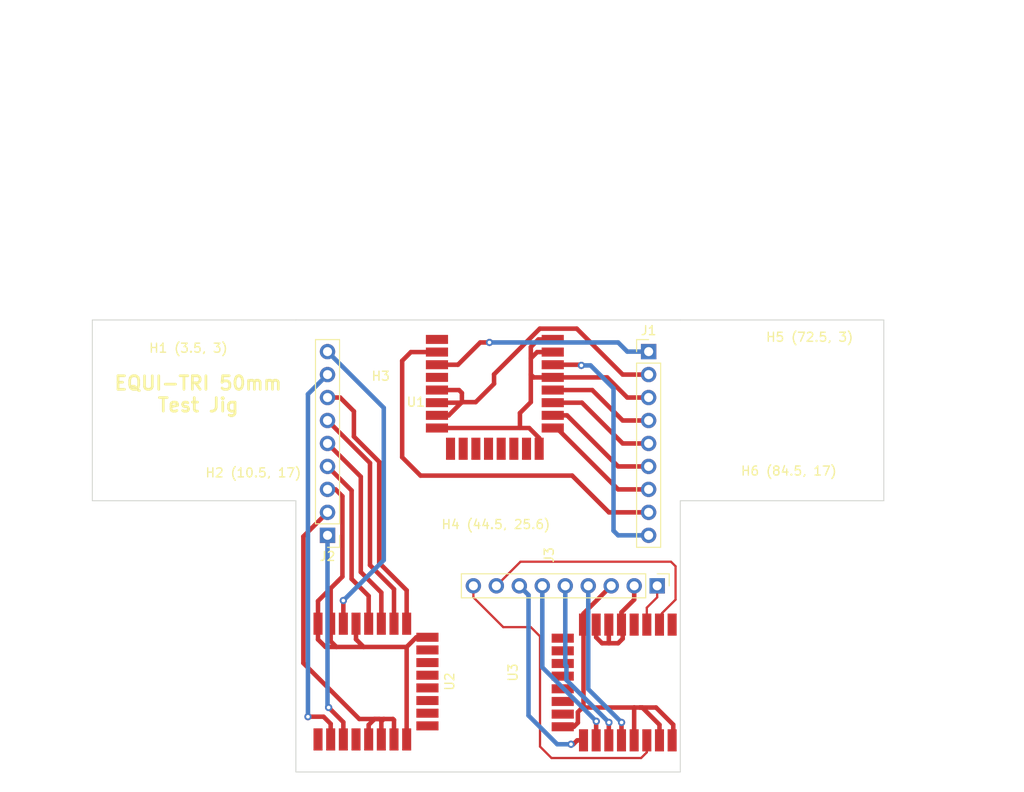
<source format=kicad_pcb>
(kicad_pcb (version 20210606) (generator pcbnew)
  (layers (0 "F.Cu" signal) (31 "B.Cu" signal) (34 "B.Paste" user) (35 "F.Paste" user) (36 "B.SilkS" user "B.Silkscreen") (37 "F.SilkS" user "F.Silkscreen") (38 "B.Mask" user) (39 "F.Mask" user) (44 "Edge.Cuts" user))
  (net 0 "")
  (net 1 "/RST1")
  (net 2 "VDD")
  (net 3 "GND")
  (net 4 "/SPI_CLK1")
  (net 5 "/SPI_MISO1")
  (net 6 "/SPI_MOSI1")
  (net 7 "/SPI_CS1")
  (net 8 "/WKUP1")
  (net 9 "/IRQ1")
  (net 10 "/RST2")
  (net 11 "/SPI_CLK2")
  (net 12 "/SPI_MISO2")
  (net 13 "/SPI_MOSI2")
  (net 14 "/SPI_CS2")
  (net 15 "/WKUP2")
  (net 16 "/IRQ2")
  (net 17 "/RST3")
  (net 18 "/SPI_CLK3")
  (net 19 "/SPI_MISO3")
  (net 20 "/SPI_MOSI3")
  (net 21 "/SPI_CS3")
  (net 22 "/WKUP3")
  (net 23 "/IRQ3")
  (footprint "" (layer "F.Cu") (at 151 77)
    (fp_text reference "" (at 0 0) (layer "F.SilkS") (effects (font (size 1.27 1.27))))
    (fp_text value "" (at 0 0) (layer "F.SilkS") (effects (font (size 1.27 1.27))))
    (pad "1" np_thru_hole circle locked (at 0 0) (size 4.3 4.3) (drill 4.3) (layers *.Cu *.Mask))
  )
  (footprint "Connector_PinHeader_2.54mm:PinHeader_1x09_P2.54mm_Vertical" (layer "F.Cu") (at 166.5 83.82 180)
    (fp_text reference "J2" (at 0 -2.33) (layer "F.SilkS"))
    (fp_text value "Conn_01x09_Male")
    (fp_line (start -1.33 1.27) (end 1.33 1.27) (layer "F.SilkS") (width 0.12))
    (fp_line (start 1.33 1.27) (end 1.33 21.65) (layer "F.SilkS") (width 0.12))
    (fp_line (start -1.33 1.27) (end -1.33 21.65) (layer "F.SilkS") (width 0.12))
    (fp_line (start -1.33 21.65) (end 1.33 21.65) (layer "F.SilkS") (width 0.12))
    (fp_line (start -1.33 -1.33) (end 0 -1.33) (layer "F.SilkS") (width 0.12))
    (fp_line (start -1.33 0) (end -1.33 -1.33) (layer "F.SilkS") (width 0.12))
    (pad "1" thru_hole rect locked (at 0 0 180) (size 1.7 1.7) (drill 1) (layers *.Cu *.Mask) (net 10 "/RST2"))
    (pad "2" thru_hole oval locked (at 0 2.54 180) (size 1.7 1.7) (drill 1) (layers *.Cu *.Mask) (net 2 "VDD"))
    (pad "3" thru_hole oval locked (at 0 5.08 180) (size 1.7 1.7) (drill 1) (layers *.Cu *.Mask) (net 3 "GND"))
    (pad "4" thru_hole oval locked (at 0 7.62 180) (size 1.7 1.7) (drill 1) (layers *.Cu *.Mask) (net 11 "/SPI_CLK2"))
    (pad "5" thru_hole oval locked (at 0 10.16 180) (size 1.7 1.7) (drill 1) (layers *.Cu *.Mask) (net 12 "/SPI_MISO2"))
    (pad "6" thru_hole oval locked (at 0 12.7 180) (size 1.7 1.7) (drill 1) (layers *.Cu *.Mask) (net 13 "/SPI_MOSI2"))
    (pad "7" thru_hole oval locked (at 0 15.24 180) (size 1.7 1.7) (drill 1) (layers *.Cu *.Mask) (net 14 "/SPI_CS2"))
    (pad "8" thru_hole oval locked (at 0 17.78 180) (size 1.7 1.7) (drill 1) (layers *.Cu *.Mask) (net 15 "/WKUP2"))
    (pad "9" thru_hole oval locked (at 0 20.32 180) (size 1.7 1.7) (drill 1) (layers *.Cu *.Mask) (net 16 "/IRQ2"))
  )
  (footprint "" (layer "F.Cu") (at 213 63)
    (fp_text reference "" (at 0 0) (layer "F.SilkS") (effects (font (size 1.27 1.27))))
    (fp_text value "" (at 0 0) (layer "F.SilkS") (effects (font (size 1.27 1.27))))
    (pad "1" np_thru_hole circle locked (at 0 0) (size 4.3 4.3) (drill 4.3) (layers *.Cu *.Mask))
  )
  (footprint "" (layer "F.Cu") (at 185 85.6)
    (fp_text reference "" (at 0 0) (layer "F.SilkS") (effects (font (size 1.27 1.27))))
    (fp_text value "" (at 0 0) (layer "F.SilkS") (effects (font (size 1.27 1.27))))
    (pad "1" np_thru_hole circle locked (at 0 0) (size 4.3 4.3) (drill 4.3) (layers *.Cu *.Mask))
  )
  (footprint "" (layer "F.Cu") (at 225 77)
    (fp_text reference "" (at 0 0) (layer "F.SilkS") (effects (font (size 1.27 1.27))))
    (fp_text value "" (at 0 0) (layer "F.SilkS") (effects (font (size 1.27 1.27))))
    (pad "1" np_thru_hole circle locked (at 0 0) (size 4.3 4.3) (drill 4.3) (layers *.Cu *.Mask))
  )
  (footprint "Connector_PinHeader_2.54mm:PinHeader_1x09_P2.54mm_Vertical" (layer "F.Cu") (at 202 63.5)
    (fp_text reference "J1" (at 0 -2.33) (layer "F.SilkS"))
    (fp_text value "Conn_01x09_Male")
    (fp_line (start 1.33 1.27) (end 1.33 21.65) (layer "F.SilkS") (width 0.12))
    (fp_line (start -1.33 0) (end -1.33 -1.33) (layer "F.SilkS") (width 0.12))
    (fp_line (start -1.33 -1.33) (end 0 -1.33) (layer "F.SilkS") (width 0.12))
    (fp_line (start -1.33 1.27) (end -1.33 21.65) (layer "F.SilkS") (width 0.12))
    (fp_line (start -1.33 1.27) (end 1.33 1.27) (layer "F.SilkS") (width 0.12))
    (fp_line (start -1.33 21.65) (end 1.33 21.65) (layer "F.SilkS") (width 0.12))
    (pad "1" thru_hole rect locked (at 0 0) (size 1.7 1.7) (drill 1) (layers *.Cu *.Mask) (net 1 "/RST1"))
    (pad "2" thru_hole oval locked (at 0 2.54) (size 1.7 1.7) (drill 1) (layers *.Cu *.Mask) (net 2 "VDD"))
    (pad "3" thru_hole oval locked (at 0 5.08) (size 1.7 1.7) (drill 1) (layers *.Cu *.Mask) (net 3 "GND"))
    (pad "4" thru_hole oval locked (at 0 7.62) (size 1.7 1.7) (drill 1) (layers *.Cu *.Mask) (net 4 "/SPI_CLK1"))
    (pad "5" thru_hole oval locked (at 0 10.16) (size 1.7 1.7) (drill 1) (layers *.Cu *.Mask) (net 5 "/SPI_MISO1"))
    (pad "6" thru_hole oval locked (at 0 12.7) (size 1.7 1.7) (drill 1) (layers *.Cu *.Mask) (net 6 "/SPI_MOSI1"))
    (pad "7" thru_hole oval locked (at 0 15.24) (size 1.7 1.7) (drill 1) (layers *.Cu *.Mask) (net 7 "/SPI_CS1"))
    (pad "8" thru_hole oval locked (at 0 17.78) (size 1.7 1.7) (drill 1) (layers *.Cu *.Mask) (net 8 "/WKUP1"))
    (pad "9" thru_hole oval locked (at 0 20.32) (size 1.7 1.7) (drill 1) (layers *.Cu *.Mask) (net 9 "/IRQ1"))
  )
  (footprint "" (layer "F.Cu") (at 184 107)
    (fp_text reference "" (at 0 0) (layer "F.SilkS") (effects (font (size 1.27 1.27))))
    (fp_text value "" (at 0 0) (layer "F.SilkS") (effects (font (size 1.27 1.27))))
    (pad "1" np_thru_hole circle locked (at 0 0) (size 4.3 4.3) (drill 4.3) (layers *.Cu *.Mask))
  )
  (footprint "Connector_PinHeader_2.54mm:PinHeader_1x09_P2.54mm_Vertical" (layer "F.Cu") (at 202.946 89.408 -90)
    (fp_text reference "J3" (at -3.408 11.946 90) (layer "F.SilkS"))
    (fp_text value "Conn_01x09_Male")
    (fp_line (start -1.33 1.27) (end -1.33 21.65) (layer "F.SilkS") (width 0.12))
    (fp_line (start 1.33 1.27) (end 1.33 21.65) (layer "F.SilkS") (width 0.12))
    (fp_line (start -1.33 0) (end -1.33 -1.33) (layer "F.SilkS") (width 0.12))
    (fp_line (start -1.33 -1.33) (end 0 -1.33) (layer "F.SilkS") (width 0.12))
    (fp_line (start -1.33 1.27) (end 1.33 1.27) (layer "F.SilkS") (width 0.12))
    (fp_line (start -1.33 21.65) (end 1.33 21.65) (layer "F.SilkS") (width 0.12))
    (pad "1" thru_hole rect locked (at 0 0 270) (size 1.7 1.7) (drill 1) (layers *.Cu *.Mask) (net 17 "/RST3"))
    (pad "2" thru_hole oval locked (at 0 2.54 270) (size 1.7 1.7) (drill 1) (layers *.Cu *.Mask) (net 2 "VDD"))
    (pad "3" thru_hole oval locked (at 0 5.08 270) (size 1.7 1.7) (drill 1) (layers *.Cu *.Mask) (net 3 "GND"))
    (pad "4" thru_hole oval locked (at 0 7.62 270) (size 1.7 1.7) (drill 1) (layers *.Cu *.Mask) (net 18 "/SPI_CLK3"))
    (pad "5" thru_hole oval locked (at 0 10.16 270) (size 1.7 1.7) (drill 1) (layers *.Cu *.Mask) (net 19 "/SPI_MISO3"))
    (pad "6" thru_hole oval locked (at 0 12.7 270) (size 1.7 1.7) (drill 1) (layers *.Cu *.Mask) (net 20 "/SPI_MOSI3"))
    (pad "7" thru_hole oval locked (at 0 15.24 270) (size 1.7 1.7) (drill 1) (layers *.Cu *.Mask) (net 21 "/SPI_CS3"))
    (pad "8" thru_hole oval locked (at 0 17.78 270) (size 1.7 1.7) (drill 1) (layers *.Cu *.Mask) (net 22 "/WKUP3"))
    (pad "9" thru_hole oval locked (at 0 20.32 270) (size 1.7 1.7) (drill 1) (layers *.Cu *.Mask) (net 23 "/IRQ3"))
  )
  (footprint "dwm1000:DWM1000" (layer "F.Cu") (at 167.25 100 90)
    (fp_text reference "U2" (at 0 12.75 90) (layer "F.SilkS") (effects (font (size 1.000598 1.000598))))
    (fp_text value "DWM1000")
    (pad "1" smd rect locked (at -6.4 -1.8 90) (size 2.45 1) (layers "F.Cu" "F.Paste" "F.Mask"))
    (pad "2" smd rect locked (at -6.4 -0.4 90) (size 2.45 1) (layers "F.Cu" "F.Paste" "F.Mask") (net 15 "/WKUP2"))
    (pad "3" smd rect locked (at -6.4 1 90) (size 2.45 1) (layers "F.Cu" "F.Paste" "F.Mask") (net 10 "/RST2"))
    (pad "4" smd rect locked (at -6.4 2.4 90) (size 2.45 1) (layers "F.Cu" "F.Paste" "F.Mask"))
    (pad "5" smd rect locked (at -6.4 3.8 90) (size 2.45 1) (layers "F.Cu" "F.Paste" "F.Mask") (net 2 "VDD"))
    (pad "6" smd rect locked (at -6.4 5.2 90) (size 2.45 1) (layers "F.Cu" "F.Paste" "F.Mask") (net 2 "VDD"))
    (pad "7" smd rect locked (at -6.4 6.6 90) (size 2.45 1) (layers "F.Cu" "F.Paste" "F.Mask") (net 2 "VDD"))
    (pad "8" smd rect locked (at -6.4 8 90) (size 2.45 1) (layers "F.Cu" "F.Paste" "F.Mask") (net 3 "GND"))
    (pad "9" smd rect locked (at -4.9 10.295 90) (size 1 2.45) (layers "F.Cu" "F.Paste" "F.Mask"))
    (pad "10" smd rect locked (at -3.5 10.295 90) (size 1 2.45) (layers "F.Cu" "F.Paste" "F.Mask"))
    (pad "11" smd rect locked (at -2.1 10.295 90) (size 1 2.45) (layers "F.Cu" "F.Paste" "F.Mask"))
    (pad "12" smd rect locked (at -0.7 10.295 90) (size 1 2.45) (layers "F.Cu" "F.Paste" "F.Mask"))
    (pad "13" smd rect locked (at 0.7 10.295 90) (size 1 2.45) (layers "F.Cu" "F.Paste" "F.Mask"))
    (pad "14" smd rect locked (at 2.1 10.295 90) (size 1 2.45) (layers "F.Cu" "F.Paste" "F.Mask"))
    (pad "15" smd rect locked (at 3.5 10.295 90) (size 1 2.45) (layers "F.Cu" "F.Paste" "F.Mask"))
    (pad "16" smd rect locked (at 4.9 10.295 90) (size 1 2.45) (layers "F.Cu" "F.Paste" "F.Mask") (net 3 "GND"))
    (pad "17" smd rect locked (at 6.4 8 90) (size 2.45 1) (layers "F.Cu" "F.Paste" "F.Mask") (net 14 "/SPI_CS2"))
    (pad "18" smd rect locked (at 6.4 6.6 90) (size 2.45 1) (layers "F.Cu" "F.Paste" "F.Mask") (net 13 "/SPI_MOSI2"))
    (pad "19" smd rect locked (at 6.4 5.2 90) (size 2.45 1) (layers "F.Cu" "F.Paste" "F.Mask") (net 12 "/SPI_MISO2"))
    (pad "20" smd rect locked (at 6.4 3.8 90) (size 2.45 1) (layers "F.Cu" "F.Paste" "F.Mask") (net 11 "/SPI_CLK2"))
    (pad "21" smd rect locked (at 6.4 2.4 90) (size 2.45 1) (layers "F.Cu" "F.Paste" "F.Mask") (net 3 "GND"))
    (pad "22" smd rect locked (at 6.4 1 90) (size 2.45 1) (layers "F.Cu" "F.Paste" "F.Mask") (net 16 "/IRQ2"))
    (pad "23" smd rect locked (at 6.4 -0.4 90) (size 2.45 1) (layers "F.Cu" "F.Paste" "F.Mask") (net 3 "GND"))
    (pad "24" smd rect locked (at 6.4 -1.8 90) (size 2.45 1) (layers "F.Cu" "F.Paste" "F.Mask") (net 3 "GND"))
  )
  (footprint "" (layer "F.Cu") (at 144 63)
    (fp_text reference "" (at 0 0) (layer "F.SilkS") (effects (font (size 1.27 1.27))))
    (fp_text value "" (at 0 0) (layer "F.SilkS") (effects (font (size 1.27 1.27))))
    (pad "1" np_thru_hole circle locked (at 0 0) (size 4.3 4.3) (drill 4.3) (layers *.Cu *.Mask))
  )
  (footprint "" (layer "F.Cu") (at 171.8 63)
    (fp_text reference "" (at 0 0) (layer "F.SilkS") (effects (font (size 1.27 1.27))))
    (fp_text value "" (at 0 0) (layer "F.SilkS") (effects (font (size 1.27 1.27))))
    (pad "1" np_thru_hole circle locked (at 0 0) (size 4.3 4.3) (drill 4.3) (layers *.Cu *.Mask))
  )
  (footprint "dwm1000:DWM1000" (layer "F.Cu") (at 185 63.95)
    (fp_text reference "U1" (at -8.74021 5.12805 180) (layer "F.SilkS") (effects (font (size 1.000598 1.000598))))
    (fp_text value "DWM1000")
    (pad "1" smd rect locked (at -6.4 -1.8) (size 2.45 1) (layers "F.Cu" "F.Paste" "F.Mask"))
    (pad "2" smd rect locked (at -6.4 -0.4) (size 2.45 1) (layers "F.Cu" "F.Paste" "F.Mask") (net 8 "/WKUP1"))
    (pad "3" smd rect locked (at -6.4 1) (size 2.45 1) (layers "F.Cu" "F.Paste" "F.Mask") (net 1 "/RST1"))
    (pad "4" smd rect locked (at -6.4 2.4) (size 2.45 1) (layers "F.Cu" "F.Paste" "F.Mask"))
    (pad "5" smd rect locked (at -6.4 3.8) (size 2.45 1) (layers "F.Cu" "F.Paste" "F.Mask") (net 2 "VDD"))
    (pad "6" smd rect locked (at -6.4 5.2) (size 2.45 1) (layers "F.Cu" "F.Paste" "F.Mask") (net 2 "VDD"))
    (pad "7" smd rect locked (at -6.4 6.6) (size 2.45 1) (layers "F.Cu" "F.Paste" "F.Mask") (net 2 "VDD"))
    (pad "8" smd rect locked (at -6.4 8) (size 2.45 1) (layers "F.Cu" "F.Paste" "F.Mask") (net 3 "GND"))
    (pad "9" smd rect locked (at -4.9 10.295) (size 1 2.45) (layers "F.Cu" "F.Paste" "F.Mask"))
    (pad "10" smd rect locked (at -3.5 10.295) (size 1 2.45) (layers "F.Cu" "F.Paste" "F.Mask"))
    (pad "11" smd rect locked (at -2.1 10.295) (size 1 2.45) (layers "F.Cu" "F.Paste" "F.Mask"))
    (pad "12" smd rect locked (at -0.7 10.295) (size 1 2.45) (layers "F.Cu" "F.Paste" "F.Mask"))
    (pad "13" smd rect locked (at 0.7 10.295) (size 1 2.45) (layers "F.Cu" "F.Paste" "F.Mask"))
    (pad "14" smd rect locked (at 2.1 10.295) (size 1 2.45) (layers "F.Cu" "F.Paste" "F.Mask"))
    (pad "15" smd rect locked (at 3.5 10.295) (size 1 2.45) (layers "F.Cu" "F.Paste" "F.Mask"))
    (pad "16" smd rect locked (at 4.9 10.295) (size 1 2.45) (layers "F.Cu" "F.Paste" "F.Mask") (net 3 "GND"))
    (pad "17" smd rect locked (at 6.4 8) (size 2.45 1) (layers "F.Cu" "F.Paste" "F.Mask") (net 7 "/SPI_CS1"))
    (pad "18" smd rect locked (at 6.4 6.6) (size 2.45 1) (layers "F.Cu" "F.Paste" "F.Mask") (net 6 "/SPI_MOSI1"))
    (pad "19" smd rect locked (at 6.4 5.2) (size 2.45 1) (layers "F.Cu" "F.Paste" "F.Mask") (net 5 "/SPI_MISO1"))
    (pad "20" smd rect locked (at 6.4 3.8) (size 2.45 1) (layers "F.Cu" "F.Paste" "F.Mask") (net 4 "/SPI_CLK1"))
    (pad "21" smd rect locked (at 6.4 2.4) (size 2.45 1) (layers "F.Cu" "F.Paste" "F.Mask") (net 3 "GND"))
    (pad "22" smd rect locked (at 6.4 1) (size 2.45 1) (layers "F.Cu" "F.Paste" "F.Mask") (net 9 "/IRQ1"))
    (pad "23" smd rect locked (at 6.4 -0.4) (size 2.45 1) (layers "F.Cu" "F.Paste" "F.Mask") (net 3 "GND"))
    (pad "24" smd rect locked (at 6.4 -1.8) (size 2.45 1) (layers "F.Cu" "F.Paste" "F.Mask") (net 3 "GND"))
  )
  (footprint "dwm1000:DWM1000" (layer "F.Cu") (at 202.8 100.1 -90)
    (fp_text reference "U3" (at -1.1 15.8 90) (layer "F.SilkS") (effects (font (size 1.000598 1.000598))))
    (fp_text value "DWM1000")
    (pad "1" smd rect locked (at -6.4 -1.8 270) (size 2.45 1) (layers "F.Cu" "F.Paste" "F.Mask"))
    (pad "2" smd rect locked (at -6.4 -0.4 270) (size 2.45 1) (layers "F.Cu" "F.Paste" "F.Mask") (net 22 "/WKUP3"))
    (pad "3" smd rect locked (at -6.4 1 270) (size 2.45 1) (layers "F.Cu" "F.Paste" "F.Mask") (net 17 "/RST3"))
    (pad "4" smd rect locked (at -6.4 2.4 270) (size 2.45 1) (layers "F.Cu" "F.Paste" "F.Mask"))
    (pad "5" smd rect locked (at -6.4 3.8 270) (size 2.45 1) (layers "F.Cu" "F.Paste" "F.Mask") (net 2 "VDD"))
    (pad "6" smd rect locked (at -6.4 5.2 270) (size 2.45 1) (layers "F.Cu" "F.Paste" "F.Mask") (net 2 "VDD"))
    (pad "7" smd rect locked (at -6.4 6.6 270) (size 2.45 1) (layers "F.Cu" "F.Paste" "F.Mask") (net 2 "VDD"))
    (pad "8" smd rect locked (at -6.4 8 270) (size 2.45 1) (layers "F.Cu" "F.Paste" "F.Mask") (net 3 "GND"))
    (pad "9" smd rect locked (at -4.9 10.295 270) (size 1 2.45) (layers "F.Cu" "F.Paste" "F.Mask"))
    (pad "10" smd rect locked (at -3.5 10.295 270) (size 1 2.45) (layers "F.Cu" "F.Paste" "F.Mask"))
    (pad "11" smd rect locked (at -2.1 10.295 270) (size 1 2.45) (layers "F.Cu" "F.Paste" "F.Mask"))
    (pad "12" smd rect locked (at -0.7 10.295 270) (size 1 2.45) (layers "F.Cu" "F.Paste" "F.Mask"))
    (pad "13" smd rect locked (at 0.7 10.295 270) (size 1 2.45) (layers "F.Cu" "F.Paste" "F.Mask"))
    (pad "14" smd rect locked (at 2.1 10.295 270) (size 1 2.45) (layers "F.Cu" "F.Paste" "F.Mask"))
    (pad "15" smd rect locked (at 3.5 10.295 270) (size 1 2.45) (layers "F.Cu" "F.Paste" "F.Mask"))
    (pad "16" smd rect locked (at 4.9 10.295 270) (size 1 2.45) (layers "F.Cu" "F.Paste" "F.Mask") (net 3 "GND"))
    (pad "17" smd rect locked (at 6.4 8 270) (size 2.45 1) (layers "F.Cu" "F.Paste" "F.Mask") (net 21 "/SPI_CS3"))
    (pad "18" smd rect locked (at 6.4 6.6 270) (size 2.45 1) (layers "F.Cu" "F.Paste" "F.Mask") (net 20 "/SPI_MOSI3"))
    (pad "19" smd rect locked (at 6.4 5.2 270) (size 2.45 1) (layers "F.Cu" "F.Paste" "F.Mask") (net 19 "/SPI_MISO3"))
    (pad "20" smd rect locked (at 6.4 3.8 270) (size 2.45 1) (layers "F.Cu" "F.Paste" "F.Mask") (net 18 "/SPI_CLK3"))
    (pad "21" smd rect locked (at 6.4 2.4 270) (size 2.45 1) (layers "F.Cu" "F.Paste" "F.Mask") (net 3 "GND"))
    (pad "22" smd rect locked (at 6.4 1 270) (size 2.45 1) (layers "F.Cu" "F.Paste" "F.Mask") (net 23 "/IRQ3"))
    (pad "23" smd rect locked (at 6.4 -0.4 270) (size 2.45 1) (layers "F.Cu" "F.Paste" "F.Mask") (net 3 "GND"))
    (pad "24" smd rect locked (at 6.4 -1.8 270) (size 2.45 1) (layers "F.Cu" "F.Paste" "F.Mask") (net 3 "GND"))
  )
  (gr_line (start 163 110) (end 205.5 110) (layer "Edge.Cuts") (width 0.1))
  (gr_line (start 140.5 80) (end 163 80) (layer "Edge.Cuts") (width 0.1))
  (gr_line (start 140.5 60) (end 140.5 80) (layer "Edge.Cuts") (width 0.1))
  (gr_line (start 205.5 60) (end 228 60) (layer "Edge.Cuts") (width 0.1))
  (gr_line (start 205.5 80) (end 205.5 110) (layer "Edge.Cuts") (width 0.1))
  (gr_line (start 205.5 60) (end 163 60) (layer "Edge.Cuts") (width 0.1))
  (gr_line (start 228 80) (end 205.5 80) (layer "Edge.Cuts") (width 0.1))
  (gr_line (start 163 60) (end 140.5 60) (layer "Edge.Cuts") (width 0.1))
  (gr_line (start 163 80) (end 163 110) (layer "Edge.Cuts") (width 0.1))
  (gr_line (start 228 60) (end 228 80) (layer "Edge.Cuts") (width 0.1))
  (gr_text "H3" (at 172.38 66.21) (layer "F.SilkS") (effects (font (size 1 1))))
  (gr_text "H2 (10.5, 17)" (at 158.3 76.9) (layer "F.SilkS") (effects (font (size 1 1))))
  (gr_text "H4 (44.5, 25.6)" (at 185.11 82.62) (layer "F.SilkS") (effects (font (size 1 1))))
  (gr_text "EQUI-TRI 50mm\nTest Jig" (at 152.2 68.2) (layer "F.SilkS") (effects (font (size 1.5 1.5) (thickness 0.3))))
  (gr_text "H1 (3.5, 3)" (at 151.12 63.11) (layer "F.SilkS") (effects (font (size 1 1))))
  (gr_text "H5 (72.5, 3)" (at 219.8 61.9) (layer "F.SilkS") (effects (font (size 1 1))))
  (gr_text "H6 (84.5, 17)" (at 217.5 76.7) (layer "F.SilkS") (effects (font (size 1 1))))
  (segment (start 180.922 64.95) (end 183.388 62.484) (width 0.5) (layer "F.Cu") (net 1))
  (segment (start 178.6 64.95) (end 180.922 64.95) (width 0.5) (layer "F.Cu") (net 1))
  (segment (start 183.388 62.484) (end 184.404 62.484) (width 0.5) (layer "F.Cu") (net 1))
  (via (at 184.404 62.484) (size 0.8) (drill 0.4) (layers "F.Cu" "B.Cu") (net 1))
  (segment (start 198.628 62.484) (end 199.644 63.5) (width 0.5) (layer "B.Cu") (net 1))
  (segment (start 184.404 62.484) (end 198.628 62.484) (width 0.5) (layer "B.Cu") (net 1))
  (segment (start 199.644 63.5) (end 202 63.5) (width 0.5) (layer "B.Cu") (net 1))
  (segment (start 172.45 106.4) (end 172.45 104.41) (width 0.5) (layer "F.Cu") (net 2))
  (segment (start 178.6 69.15) (end 181.294 69.15) (width 0.5) (layer "F.Cu") (net 2))
  (segment (start 199.136 93.836) (end 199 93.7) (width 0.5) (layer "F.Cu") (net 2))
  (segment (start 199 92.338) (end 200.406 90.932) (width 0.5) (layer "F.Cu") (net 2))
  (segment (start 196.85 95.758) (end 197.612 95.758) (width 0.5) (layer "F.Cu") (net 2))
  (segment (start 172.212 104.14) (end 172.72 104.14) (width 0.5) (layer "F.Cu") (net 2))
  (segment (start 166.5 81.28) (end 163.83 83.95) (width 0.5) (layer "F.Cu") (net 2))
  (segment (start 181.356 69.088) (end 181.356 68.072) (width 0.5) (layer "F.Cu") (net 2))
  (segment (start 181.034 67.75) (end 178.6 67.75) (width 0.5) (layer "F.Cu") (net 2))
  (segment (start 181.356 69.088) (end 182.88 69.088) (width 0.5) (layer "F.Cu") (net 2))
  (segment (start 196.2 95.108) (end 196.85 95.758) (width 0.5) (layer "F.Cu") (net 2))
  (segment (start 163.83 97.955978) (end 170.014022 104.14) (width 0.5) (layer "F.Cu") (net 2))
  (segment (start 199.136 66.04) (end 202 66.04) (width 0.5) (layer "F.Cu") (net 2))
  (segment (start 179.894 70.55) (end 181.294 69.15) (width 0.5) (layer "F.Cu") (net 2))
  (segment (start 173.85 104.254) (end 173.85 106.4) (width 0.5) (layer "F.Cu") (net 2))
  (segment (start 197.6 93.7) (end 197.6 95.746) (width 0.5) (layer "F.Cu") (net 2))
  (segment (start 163.83 83.95) (end 163.83 97.955978) (width 0.5) (layer "F.Cu") (net 2))
  (segment (start 184.912 66.013978) (end 189.965978 60.96) (width 0.5) (layer "F.Cu") (net 2))
  (segment (start 199.136 95.25) (end 199.136 93.836) (width 0.5) (layer "F.Cu") (net 2))
  (segment (start 173.736 104.14) (end 173.85 104.254) (width 0.5) (layer "F.Cu") (net 2))
  (segment (start 196.2 93.7) (end 196.2 95.108) (width 0.5) (layer "F.Cu") (net 2))
  (segment (start 200.406 90.932) (end 200.406 89.408) (width 0.5) (layer "F.Cu") (net 2))
  (segment (start 181.356 68.072) (end 181.034 67.75) (width 0.5) (layer "F.Cu") (net 2))
  (segment (start 199 93.7) (end 199 92.338) (width 0.5) (layer "F.Cu") (net 2))
  (segment (start 172.45 104.41) (end 172.72 104.14) (width 0.5) (layer "F.Cu") (net 2))
  (segment (start 197.612 95.758) (end 198.628 95.758) (width 0.5) (layer "F.Cu") (net 2))
  (segment (start 171.704 104.14) (end 172.212 104.14) (width 0.5) (layer "F.Cu") (net 2))
  (segment (start 197.6 95.746) (end 197.612 95.758) (width 0.5) (layer "F.Cu") (net 2))
  (segment (start 178.6 70.55) (end 179.894 70.55) (width 0.5) (layer "F.Cu") (net 2))
  (segment (start 170.014022 104.14) (end 172.212 104.14) (width 0.5) (layer "F.Cu") (net 2))
  (segment (start 184.912 67.056) (end 184.912 66.013978) (width 0.5) (layer "F.Cu") (net 2))
  (segment (start 182.88 69.088) (end 184.912 67.056) (width 0.5) (layer "F.Cu") (net 2))
  (segment (start 172.72 104.14) (end 173.736 104.14) (width 0.5) (layer "F.Cu") (net 2))
  (segment (start 198.628 95.758) (end 199.136 95.25) (width 0.5) (layer "F.Cu") (net 2))
  (segment (start 181.294 69.15) (end 181.356 69.088) (width 0.5) (layer "F.Cu") (net 2))
  (segment (start 171.05 104.794) (end 171.704 104.14) (width 0.5) (layer "F.Cu") (net 2))
  (segment (start 189.965978 60.96) (end 194.056 60.96) (width 0.5) (layer "F.Cu") (net 2))
  (segment (start 171.05 106.4) (end 171.05 104.794) (width 0.5) (layer "F.Cu") (net 2))
  (segment (start 194.056 60.96) (end 199.136 66.04) (width 0.5) (layer "F.Cu") (net 2))
  (segment (start 166.85 89.69) (end 166.85 93.6) (width 0.5) (layer "F.Cu") (net 3))
  (segment (start 175.25 96.170978) (end 176.320978 95.1) (width 0.5) (layer "F.Cu") (net 3))
  (segment (start 175.25 106.4) (end 175.25 96.170978) (width 0.5) (layer "F.Cu") (net 3))
  (segment (start 199.644 68.58) (end 202 68.58) (width 0.5) (layer "F.Cu") (net 3))
  (segment (start 166.85 93.6) (end 166.85 95.539956) (width 0.5) (layer "F.Cu") (net 3))
  (segment (start 187.774 71.95) (end 178.6 71.95) (width 0.5) (layer "F.Cu") (net 3))
  (segment (start 189.818 62.15) (end 188.976 62.992) (width 0.5) (layer "F.Cu") (net 3))
  (segment (start 168.148 88.392) (end 167.64 88.9) (width 0.5) (layer "F.Cu") (net 3))
  (segment (start 201.295 102.87) (end 203.2 104.775) (width 0.5) (layer "F.Cu") (net 3))
  (segment (start 191.4 66.35) (end 197.414 66.35) (width 0.5) (layer "F.Cu") (net 3))
  (segment (start 168.148 79.502) (end 168.148 88.392) (width 0.5) (layer "F.Cu") (net 3))
  (segment (start 166.5 78.74) (end 167.386 78.74) (width 0.5) (layer "F.Cu") (net 3))
  (segment (start 165.45 93.6) (end 165.45 95.346) (width 0.5) (layer "F.Cu") (net 3))
  (segment (start 194.179511 104.549511) (end 194.179511 103.378) (width 0.5) (layer "F.Cu") (net 3))
  (segment (start 194.8 92.474) (end 194.8 93.7) (width 0.5) (layer "F.Cu") (net 3))
  (segment (start 166.85 89.69) (end 167.64 88.9) (width 0.5) (layer "F.Cu") (net 3))
  (segment (start 167.386 78.74) (end 168.148 79.502) (width 0.5) (layer "F.Cu") (net 3))
  (segment (start 169.65 95.325) (end 170.495978 96.170978) (width 0.5) (layer "F.Cu") (net 3))
  (segment (start 191.4 63.55) (end 189.675 63.55) (width 0.5) (layer "F.Cu") (net 3))
  (segment (start 188.79 71.95) (end 187.774 71.95) (width 0.5) (layer "F.Cu") (net 3))
  (segment (start 200.406 102.87) (end 200.4 102.876) (width 0.5) (layer "F.Cu") (net 3))
  (segment (start 204.724 106.376) (end 204.6 106.5) (width 0.5) (layer "F.Cu") (net 3))
  (segment (start 165.45 91.09) (end 166.85 89.69) (width 0.5) (layer "F.Cu") (net 3))
  (segment (start 176.320978 95.1) (end 177.545 95.1) (width 0.5) (layer "F.Cu") (net 3))
  (segment (start 202.819 102.87) (end 204.724 104.775) (width 0.5) (layer "F.Cu") (net 3))
  (segment (start 200.406 102.87) (end 201.041 102.87) (width 0.5) (layer "F.Cu") (net 3))
  (segment (start 189.286 66.35) (end 191.4 66.35) (width 0.5) (layer "F.Cu") (net 3))
  (segment (start 203.2 104.775) (end 203.2 106.5) (width 0.5) (layer "F.Cu") (net 3))
  (segment (start 188.976 62.992) (end 188.976 64.249) (width 0.5) (layer "F.Cu") (net 3))
  (segment (start 189.9 74.245) (end 189.9 73.06) (width 0.5) (layer "F.Cu") (net 3))
  (segment (start 192.505 105) (end 193.729022 105) (width 0.5) (layer "F.Cu") (net 3))
  (segment (start 189.675 63.55) (end 188.976 64.249) (width 0.5) (layer "F.Cu") (net 3))
  (segment (start 194.8 102.75751) (end 194.498755 103.058755) (width 0.5) (layer "F.Cu") (net 3))
  (segment (start 193.729022 105) (end 194.179511 104.549511) (width 0.5) (layer "F.Cu") (net 3))
  (segment (start 200.4 102.876) (end 200.4 106.5) (width 0.5) (layer "F.Cu") (net 3))
  (segment (start 197.866 89.408) (end 194.8 92.474) (width 0.5) (layer "F.Cu") (net 3))
  (segment (start 167.481022 96.170978) (end 170.495978 96.170978) (width 0.5) (layer "F.Cu") (net 3))
  (segment (start 166.85 95.539956) (end 167.481022 96.170978) (width 0.5) (layer "F.Cu") (net 3))
  (segment (start 165.45 95.346) (end 166.274978 96.170978) (width 0.5) (layer "F.Cu") (net 3))
  (segment (start 188.976 66.04) (end 189.286 66.35) (width 0.5) (layer "F.Cu") (net 3))
  (segment (start 187.774 71.95) (end 187.774 70.29) (width 0.5) (layer "F.Cu") (net 3))
  (segment (start 188.976 64.249) (end 188.976 66.04) (width 0.5) (layer "F.Cu") (net 3))
  (segment (start 170.495978 96.170978) (end 175.25 96.170978) (width 0.5) (layer "F.Cu") (net 3))
  (segment (start 201.041 102.87) (end 202.819 102.87) (width 0.5) (layer "F.Cu") (net 3))
  (segment (start 191.4 62.15) (end 189.818 62.15) (width 0.5) (layer "F.Cu") (net 3))
  (segment (start 169.65 93.6) (end 169.65 95.325) (width 0.5) (layer "F.Cu") (net 3))
  (segment (start 204.724 104.775) (end 204.724 106.376) (width 0.5) (layer "F.Cu") (net 3))
  (segment (start 194.687511 102.87) (end 200.406 102.87) (width 0.5) (layer "F.Cu") (net 3))
  (segment (start 197.414 66.35) (end 199.644 68.58) (width 0.5) (layer "F.Cu") (net 3))
  (segment (start 189.9 73.06) (end 188.79 71.95) (width 0.5) (layer "F.Cu") (net 3))
  (segment (start 187.774 70.29) (end 188.976 69.088) (width 0.5) (layer "F.Cu") (net 3))
  (segment (start 194.8 93.7) (end 194.8 102.75751) (width 0.5) (layer "F.Cu") (net 3))
  (segment (start 188.976 69.088) (end 188.976 66.04) (width 0.5) (layer "F.Cu") (net 3))
  (segment (start 165.45 93.6) (end 165.45 91.09) (width 0.5) (layer "F.Cu") (net 3))
  (segment (start 194.498755 103.058755) (end 194.687511 102.87) (width 0.5) (layer "F.Cu") (net 3))
  (segment (start 194.179511 103.378) (end 194.498755 103.058755) (width 0.5) (layer "F.Cu") (net 3))
  (segment (start 201.041 102.87) (end 201.295 102.87) (width 0.5) (layer "F.Cu") (net 3))
  (segment (start 166.274978 96.170978) (end 167.481022 96.170978) (width 0.5) (layer "F.Cu") (net 3))
  (segment (start 199.136 71.12) (end 202 71.12) (width 0.5) (layer "F.Cu") (net 4))
  (segment (start 195.766 67.75) (end 199.136 71.12) (width 0.5) (layer "F.Cu") (net 4))
  (segment (start 191.4 67.75) (end 195.766 67.75) (width 0.5) (layer "F.Cu") (net 4))
  (segment (start 194.626 69.15) (end 199.136 73.66) (width 0.5) (layer "F.Cu") (net 5))
  (segment (start 191.4 69.15) (end 194.626 69.15) (width 0.5) (layer "F.Cu") (net 5))
  (segment (start 199.136 73.66) (end 202 73.66) (width 0.5) (layer "F.Cu") (net 5))
  (segment (start 191.4 70.55) (end 192.978 70.55) (width 0.5) (layer "F.Cu") (net 6))
  (segment (start 198.628 76.2) (end 202 76.2) (width 0.5) (layer "F.Cu") (net 6))
  (segment (start 192.978 70.55) (end 198.628 76.2) (width 0.5) (layer "F.Cu") (net 6))
  (segment (start 191.4 71.95) (end 191.838 71.95) (width 0.5) (layer "F.Cu") (net 7))
  (segment (start 191.838 71.95) (end 198.628 78.74) (width 0.5) (layer "F.Cu") (net 7))
  (segment (start 198.628 78.74) (end 202 78.74) (width 0.5) (layer "F.Cu") (net 7))
  (segment (start 174.752 75.184) (end 176.784 77.216) (width 0.5) (layer "F.Cu") (net 8))
  (segment (start 197.612 81.28) (end 202 81.28) (width 0.5) (layer "F.Cu") (net 8))
  (segment (start 175.718 63.55) (end 174.752 64.516) (width 0.5) (layer "F.Cu") (net 8))
  (segment (start 176.784 77.216) (end 193.548 77.216) (width 0.5) (layer "F.Cu") (net 8))
  (segment (start 174.752 64.516) (end 174.752 75.184) (width 0.5) (layer "F.Cu") (net 8))
  (segment (start 193.548 77.216) (end 197.612 81.28) (width 0.5) (layer "F.Cu") (net 8))
  (segment (start 178.6 63.55) (end 175.718 63.55) (width 0.5) (layer "F.Cu") (net 8))
  (segment (start 191.4 64.95) (end 194.49 64.95) (width 0.5) (layer "F.Cu") (net 9))
  (segment (start 194.49 64.95) (end 194.564 65.024) (width 0.5) (layer "F.Cu") (net 9))
  (via (at 194.564 65.024) (size 0.8) (drill 0.4) (layers "F.Cu" "B.Cu") (net 9))
  (segment (start 198.12 83.312) (end 198.628 83.82) (width 0.5) (layer "B.Cu") (net 9))
  (segment (start 194.564 65.024) (end 195.58 65.024) (width 0.5) (layer "B.Cu") (net 9))
  (segment (start 198.12 67.564) (end 198.12 83.312) (width 0.5) (layer "B.Cu") (net 9))
  (segment (start 195.58 65.024) (end 198.12 67.564) (width 0.5) (layer "B.Cu") (net 9))
  (segment (start 198.628 83.82) (end 202 83.82) (width 0.5) (layer "B.Cu") (net 9))
  (segment (start 168.25 106.4) (end 168.25 104.496) (width 0.5) (layer "F.Cu") (net 10))
  (segment (start 168.25 104.496) (end 166.624 102.87) (width 0.5) (layer "F.Cu") (net 10))
  (via (at 166.624 102.87) (size 0.8) (drill 0.4) (layers "F.Cu" "B.Cu") (net 10))
  (segment (start 166.5 102.746) (end 166.5 83.82) (width 0.5) (layer "B.Cu") (net 10))
  (segment (start 166.624 102.87) (end 166.5 102.746) (width 0.5) (layer "B.Cu") (net 10))
  (segment (start 171.05 90.532) (end 171.05 93.6) (width 0.5) (layer "F.Cu") (net 11))
  (segment (start 169.164 78.864) (end 169.164 88.646) (width 0.5) (layer "F.Cu") (net 11))
  (segment (start 169.164 88.646) (end 171.05 90.532) (width 0.5) (layer "F.Cu") (net 11))
  (segment (start 166.5 76.2) (end 169.164 78.864) (width 0.5) (layer "F.Cu") (net 11))
  (segment (start 172.45 90.154) (end 170.18 87.884) (width 0.5) (layer "F.Cu") (net 12))
  (segment (start 170.18 77.34) (end 166.5 73.66) (width 0.5) (layer "F.Cu") (net 12))
  (segment (start 170.18 87.884) (end 170.18 77.34) (width 0.5) (layer "F.Cu") (net 12))
  (segment (start 172.45 93.6) (end 172.45 90.154) (width 0.5) (layer "F.Cu") (net 12))
  (segment (start 171.196 87.122) (end 171.196 75.816) (width 0.5) (layer "F.Cu") (net 13))
  (segment (start 173.85 89.776) (end 171.196 87.122) (width 0.5) (layer "F.Cu") (net 13))
  (segment (start 171.196 75.816) (end 166.5 71.12) (width 0.5) (layer "F.Cu") (net 13))
  (segment (start 173.85 93.6) (end 173.85 89.776) (width 0.5) (layer "F.Cu") (net 13))
  (segment (start 169.418 72.898) (end 169.418 70.104) (width 0.5) (layer "F.Cu") (net 14))
  (segment (start 167.894 68.58) (end 166.5 68.58) (width 0.5) (layer "F.Cu") (net 14))
  (segment (start 175.25 89.906) (end 172.212 86.868) (width 0.5) (layer "F.Cu") (net 14))
  (segment (start 175.25 93.6) (end 175.25 89.906) (width 0.5) (layer "F.Cu") (net 14))
  (segment (start 172.212 75.692) (end 169.418 72.898) (width 0.5) (layer "F.Cu") (net 14))
  (segment (start 169.418 70.104) (end 167.894 68.58) (width 0.5) (layer "F.Cu") (net 14))
  (segment (start 172.212 86.868) (end 172.212 75.692) (width 0.5) (layer "F.Cu") (net 14))
  (segment (start 166.85 104.675) (end 166.061 103.886) (width 0.5) (layer "F.Cu") (net 15))
  (segment (start 166.061 103.886) (end 164.338 103.886) (width 0.5) (layer "F.Cu") (net 15))
  (segment (start 166.85 106.4) (end 166.85 104.675) (width 0.5) (layer "F.Cu") (net 15))
  (via (at 164.338 103.886) (size 0.8) (drill 0.4) (layers "F.Cu" "B.Cu") (net 15))
  (segment (start 164.338 68.202) (end 166.5 66.04) (width 0.5) (layer "B.Cu") (net 15))
  (segment (start 164.338 103.886) (end 164.338 68.202) (width 0.5) (layer "B.Cu") (net 15))
  (segment (start 168.25 93.6) (end 168.25 91.034) (width 0.5) (layer "F.Cu") (net 16))
  (segment (start 168.25 91.034) (end 168.148 90.932) (width 0.5) (layer "F.Cu") (net 16))
  (via (at 168.25 91.034) (size 0.8) (drill 0.4) (layers "F.Cu" "B.Cu") (net 16))
  (segment (start 168.25 91.034) (end 172.72 86.564) (width 0.5) (layer "B.Cu") (net 16))
  (segment (start 172.72 69.72) (end 166.5 63.5) (width 0.5) (layer "B.Cu") (net 16))
  (segment (start 172.72 86.564) (end 172.72 69.72) (width 0.5) (layer "B.Cu") (net 16))
  (segment (start 201.8 91.824) (end 201.8 93.7) (width 0.25) (layer "F.Cu") (net 17))
  (segment (start 202.946 89.408) (end 202.946 90.678) (width 0.25) (layer "F.Cu") (net 17))
  (segment (start 202.946 90.678) (end 201.8 91.824) (width 0.25) (layer "F.Cu") (net 17))
  (segment (start 199 106.5) (end 199 104.53) (width 0.5) (layer "F.Cu") (net 18))
  (segment (start 199 104.53) (end 199.009 104.521) (width 0.5) (layer "F.Cu") (net 18))
  (via (at 199.009 104.521) (size 0.8) (drill 0.4) (layers "F.Cu" "B.Cu") (net 18))
  (segment (start 195.326 100.838) (end 195.326 89.408) (width 0.5) (layer "B.Cu") (net 18))
  (segment (start 199.009 104.521) (end 195.326 100.838) (width 0.5) (layer "B.Cu") (net 18))
  (segment (start 197.6 106.5) (end 197.6 104.533) (width 0.5) (layer "F.Cu") (net 19))
  (segment (start 197.6 104.533) (end 197.612 104.521) (width 0.5) (layer "F.Cu") (net 19))
  (via (at 197.612 104.521) (size 0.8) (drill 0.4) (layers "F.Cu" "B.Cu") (net 19))
  (segment (start 192.913 99.822) (end 192.913 98.298) (width 0.5) (layer "B.Cu") (net 19))
  (segment (start 192.913 98.298) (end 192.786 98.171) (width 0.5) (layer "B.Cu") (net 19))
  (segment (start 197.612 104.521) (end 192.913 99.822) (width 0.5) (layer "B.Cu") (net 19))
  (segment (start 192.786 98.171) (end 192.786 89.408) (width 0.5) (layer "B.Cu") (net 19))
  (segment (start 196.2 106.5) (end 196.2 104.409) (width 0.5) (layer "F.Cu") (net 20))
  (segment (start 196.2 104.409) (end 196.215 104.394) (width 0.5) (layer "F.Cu") (net 20))
  (via (at 196.215 104.394) (size 0.8) (drill 0.4) (layers "F.Cu" "B.Cu") (net 20))
  (segment (start 196.215 104.394) (end 190.246 98.425) (width 0.5) (layer "B.Cu") (net 20))
  (segment (start 190.246 98.425) (end 190.246 89.408) (width 0.5) (layer "B.Cu") (net 20))
  (segment (start 193.675 106.934) (end 193.421 106.934) (width 0.5) (layer "F.Cu") (net 21))
  (segment (start 194.8 106.5) (end 194.109 106.5) (width 0.5) (layer "F.Cu") (net 21))
  (segment (start 194.109 106.5) (end 193.675 106.934) (width 0.5) (layer "F.Cu") (net 21))
  (via (at 193.421 106.934) (size 0.8) (drill 0.4) (layers "F.Cu" "B.Cu") (net 21))
  (segment (start 193.421 106.934) (end 191.897 106.934) (width 0.5) (layer "B.Cu") (net 21))
  (segment (start 188.722 90.424) (end 187.706 89.408) (width 0.5) (layer "B.Cu") (net 21))
  (segment (start 188.722 103.759) (end 188.722 90.424) (width 0.5) (layer "B.Cu") (net 21))
  (segment (start 191.897 106.934) (end 188.722 103.759) (width 0.5) (layer "B.Cu") (net 21))
  (segment (start 187.833 86.741) (end 204.47 86.741) (width 0.25) (layer "F.Cu") (net 22))
  (segment (start 204.47 86.741) (end 204.978 87.249) (width 0.25) (layer "F.Cu") (net 22))
  (segment (start 204.978 87.249) (end 204.978 90.932) (width 0.25) (layer "F.Cu") (net 22))
  (segment (start 204.978 90.932) (end 203.454 92.456) (width 0.25) (layer "F.Cu") (net 22))
  (segment (start 185.166 89.408) (end 187.833 86.741) (width 0.25) (layer "F.Cu") (net 22))
  (segment (start 201.8 107.826) (end 201.8 106.5) (width 0.25) (layer "F.Cu") (net 23))
  (segment (start 182.626 89.408) (end 182.626 90.678) (width 0.25) (layer "F.Cu") (net 23))
  (segment (start 189.992 94.996) (end 189.992 107.188) (width 0.25) (layer "F.Cu") (net 23))
  (segment (start 188.976 93.98) (end 189.992 94.996) (width 0.25) (layer "F.Cu") (net 23))
  (segment (start 185.928 93.98) (end 188.976 93.98) (width 0.25) (layer "F.Cu") (net 23))
  (segment (start 182.626 90.678) (end 185.928 93.98) (width 0.25) (layer "F.Cu") (net 23))
  (segment (start 201.168 108.458) (end 201.8 107.826) (width 0.25) (layer "F.Cu") (net 23))
  (segment (start 189.992 107.188) (end 191.262 108.458) (width 0.25) (layer "F.Cu") (net 23))
  (segment (start 191.262 108.458) (end 201.168 108.458) (width 0.25) (layer "F.Cu") (net 23))
)
</source>
